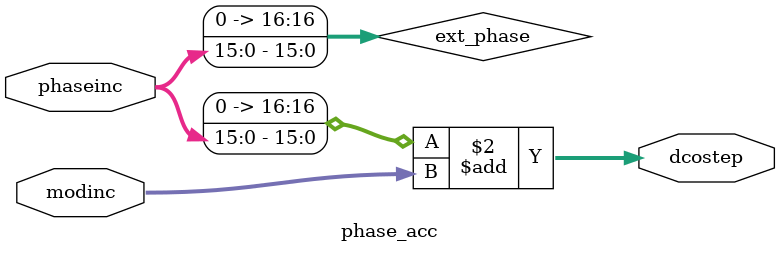
<source format=sv>
`timescale 1ns / 1ps
`default_nettype none

module phase_acc(phaseinc, modinc, dcostep);
	
	parameter SIZE = 26;
	
	input logic signed [15:0] phaseinc;
	input logic signed [15:0] modinc;
	output logic signed [SIZE-1:0]dcostep;
	
	logic signed [16:0]ext_phase = $signed({1'b0, phaseinc});
	
	always_comb begin
		dcostep = ext_phase + modinc;
	end
endmodule

</source>
